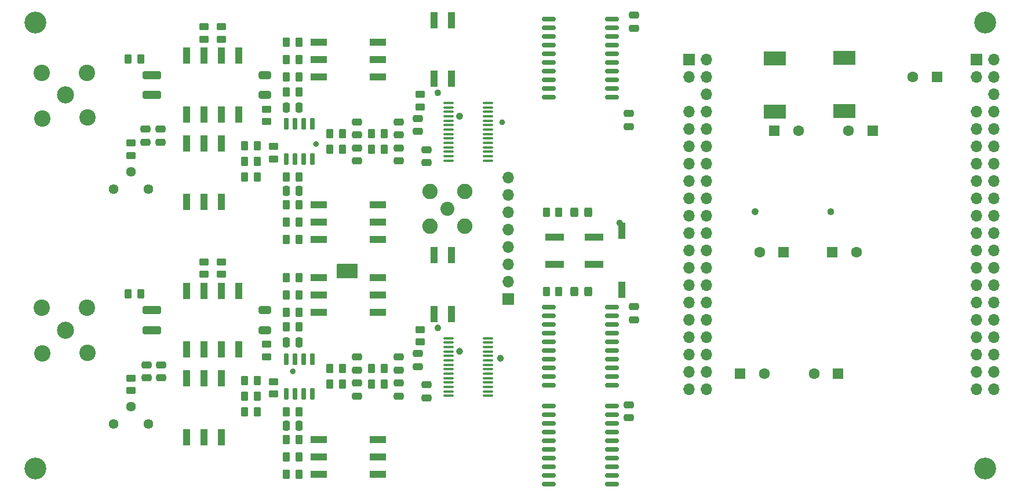
<source format=gbr>
%TF.GenerationSoftware,KiCad,Pcbnew,8.0.2*%
%TF.CreationDate,2025-02-05T07:33:41+00:00*%
%TF.ProjectId,misrc,6d697372-632e-46b6-9963-61645f706362,0.3*%
%TF.SameCoordinates,Original*%
%TF.FileFunction,Soldermask,Top*%
%TF.FilePolarity,Negative*%
%FSLAX46Y46*%
G04 Gerber Fmt 4.6, Leading zero omitted, Abs format (unit mm)*
G04 Created by KiCad (PCBNEW 8.0.2) date 2025-02-05 07:33:41*
%MOMM*%
%LPD*%
G01*
G04 APERTURE LIST*
G04 Aperture macros list*
%AMRoundRect*
0 Rectangle with rounded corners*
0 $1 Rounding radius*
0 $2 $3 $4 $5 $6 $7 $8 $9 X,Y pos of 4 corners*
0 Add a 4 corners polygon primitive as box body*
4,1,4,$2,$3,$4,$5,$6,$7,$8,$9,$2,$3,0*
0 Add four circle primitives for the rounded corners*
1,1,$1+$1,$2,$3*
1,1,$1+$1,$4,$5*
1,1,$1+$1,$6,$7*
1,1,$1+$1,$8,$9*
0 Add four rect primitives between the rounded corners*
20,1,$1+$1,$2,$3,$4,$5,0*
20,1,$1+$1,$4,$5,$6,$7,0*
20,1,$1+$1,$6,$7,$8,$9,0*
20,1,$1+$1,$8,$9,$2,$3,0*%
G04 Aperture macros list end*
%ADD10C,0.532905*%
%ADD11C,0.434210*%
%ADD12C,0.476609*%
%ADD13R,2.440000X1.120000*%
%ADD14R,1.600000X1.600000*%
%ADD15C,1.600000*%
%ADD16RoundRect,0.250000X-0.475000X0.250000X-0.475000X-0.250000X0.475000X-0.250000X0.475000X0.250000X0*%
%ADD17RoundRect,0.250000X-0.262500X-0.450000X0.262500X-0.450000X0.262500X0.450000X-0.262500X0.450000X0*%
%ADD18R,1.700000X1.700000*%
%ADD19O,1.700000X1.700000*%
%ADD20C,3.200000*%
%ADD21RoundRect,0.250000X-0.325000X-0.450000X0.325000X-0.450000X0.325000X0.450000X-0.325000X0.450000X0*%
%ADD22RoundRect,0.250000X1.100000X-0.325000X1.100000X0.325000X-1.100000X0.325000X-1.100000X-0.325000X0*%
%ADD23RoundRect,0.250000X-0.450000X0.262500X-0.450000X-0.262500X0.450000X-0.262500X0.450000X0.262500X0*%
%ADD24RoundRect,0.250000X0.450000X-0.262500X0.450000X0.262500X-0.450000X0.262500X-0.450000X-0.262500X0*%
%ADD25RoundRect,0.250000X0.262500X0.450000X-0.262500X0.450000X-0.262500X-0.450000X0.262500X-0.450000X0*%
%ADD26RoundRect,0.100000X-0.637500X-0.100000X0.637500X-0.100000X0.637500X0.100000X-0.637500X0.100000X0*%
%ADD27RoundRect,0.250000X-0.250000X-0.475000X0.250000X-0.475000X0.250000X0.475000X-0.250000X0.475000X0*%
%ADD28RoundRect,0.150000X-0.875000X-0.150000X0.875000X-0.150000X0.875000X0.150000X-0.875000X0.150000X0*%
%ADD29C,2.050000*%
%ADD30C,2.250000*%
%ADD31C,1.440000*%
%ADD32R,3.200000X2.000000*%
%ADD33R,1.120000X2.440000*%
%ADD34C,2.500000*%
%ADD35C,2.400000*%
%ADD36RoundRect,0.250000X0.475000X-0.250000X0.475000X0.250000X-0.475000X0.250000X-0.475000X-0.250000X0*%
%ADD37R,2.750000X1.000000*%
%ADD38RoundRect,0.250000X-0.650000X0.325000X-0.650000X-0.325000X0.650000X-0.325000X0.650000X0.325000X0*%
%ADD39RoundRect,0.150000X0.150000X-0.725000X0.150000X0.725000X-0.150000X0.725000X-0.150000X-0.725000X0*%
G04 APERTURE END LIST*
D10*
X132473452Y-116078000D02*
G75*
G02*
X131940548Y-116078000I-266452J0D01*
G01*
X131940548Y-116078000D02*
G75*
G02*
X132473452Y-116078000I266452J0D01*
G01*
X126504452Y-115062000D02*
G75*
G02*
X125971548Y-115062000I-266452J0D01*
G01*
X125971548Y-115062000D02*
G75*
G02*
X126504452Y-115062000I266452J0D01*
G01*
X126504452Y-80645000D02*
G75*
G02*
X125971548Y-80645000I-266452J0D01*
G01*
X125971548Y-80645000D02*
G75*
G02*
X126504452Y-80645000I266452J0D01*
G01*
D11*
X105478315Y-84709000D02*
G75*
G02*
X105044105Y-84709000I-217105J0D01*
G01*
X105044105Y-84709000D02*
G75*
G02*
X105478315Y-84709000I217105J0D01*
G01*
D10*
X169684452Y-94615000D02*
G75*
G02*
X169151548Y-94615000I-266452J0D01*
G01*
X169151548Y-94615000D02*
G75*
G02*
X169684452Y-94615000I266452J0D01*
G01*
D12*
X149864913Y-96266000D02*
G75*
G02*
X149388305Y-96266000I-238304J0D01*
G01*
X149388305Y-96266000D02*
G75*
G02*
X149864913Y-96266000I238304J0D01*
G01*
X123301304Y-77216000D02*
G75*
G02*
X122824696Y-77216000I-238304J0D01*
G01*
X122824696Y-77216000D02*
G75*
G02*
X123301304Y-77216000I238304J0D01*
G01*
X123301304Y-111633000D02*
G75*
G02*
X122824696Y-111633000I-238304J0D01*
G01*
X122824696Y-111633000D02*
G75*
G02*
X123301304Y-111633000I238304J0D01*
G01*
D11*
X132678105Y-81534000D02*
G75*
G02*
X132243895Y-81534000I-217105J0D01*
G01*
X132243895Y-81534000D02*
G75*
G02*
X132678105Y-81534000I217105J0D01*
G01*
D10*
X180733452Y-94615000D02*
G75*
G02*
X180200548Y-94615000I-266452J0D01*
G01*
X180200548Y-94615000D02*
G75*
G02*
X180733452Y-94615000I266452J0D01*
G01*
D11*
X102092895Y-117983000D02*
G75*
G02*
X101658685Y-117983000I-217105J0D01*
G01*
X101658685Y-117983000D02*
G75*
G02*
X102092895Y-117983000I217105J0D01*
G01*
D13*
%TO.C,SW204*%
X105664000Y-93599000D03*
X105664000Y-96139000D03*
X105664000Y-98679000D03*
X114274000Y-98679000D03*
X114274000Y-96139000D03*
X114274000Y-93599000D03*
%TD*%
D14*
%TO.C,C19*%
X181554000Y-118364000D03*
D15*
X178054000Y-118364000D03*
%TD*%
D16*
%TO.C,C119*%
X117348000Y-119700000D03*
X117348000Y-121600000D03*
%TD*%
D17*
%TO.C,R120*%
X107291500Y-119888000D03*
X109116500Y-119888000D03*
%TD*%
D16*
%TO.C,C108*%
X111252000Y-115890000D03*
X111252000Y-117790000D03*
%TD*%
D17*
%TO.C,R211*%
X100928500Y-69850000D03*
X102753500Y-69850000D03*
%TD*%
D18*
%TO.C,J2*%
X133350000Y-107442000D03*
D19*
X133350000Y-104902000D03*
X133350000Y-102362000D03*
X133350000Y-99822000D03*
X133350000Y-97282000D03*
X133350000Y-94742000D03*
X133350000Y-92202000D03*
X133350000Y-89662000D03*
%TD*%
D17*
%TO.C,R213*%
X100928500Y-74930000D03*
X102753500Y-74930000D03*
%TD*%
D20*
%TO.C,H3*%
X203073000Y-132207000D03*
%TD*%
D17*
%TO.C,R101*%
X77827500Y-106680000D03*
X79652500Y-106680000D03*
%TD*%
D13*
%TO.C,SW103*%
X105677000Y-104267000D03*
X105677000Y-106807000D03*
X105677000Y-109347000D03*
X114287000Y-109347000D03*
X114287000Y-106807000D03*
X114287000Y-104267000D03*
%TD*%
D21*
%TO.C,D2*%
X142984000Y-94742000D03*
X145034000Y-94742000D03*
%TD*%
D17*
%TO.C,R116*%
X100941500Y-128016000D03*
X102766500Y-128016000D03*
%TD*%
D18*
%TO.C,J3*%
X201803000Y-72390000D03*
D19*
X204343000Y-72390000D03*
X201803000Y-74930000D03*
X204343000Y-74930000D03*
X204343000Y-77470000D03*
X201803000Y-80010000D03*
X204343000Y-80010000D03*
X201803000Y-82550000D03*
X204343000Y-82550000D03*
X201803000Y-85090000D03*
X204343000Y-85090000D03*
X201803000Y-87630000D03*
X204343000Y-87630000D03*
X201803000Y-90170000D03*
X204343000Y-90170000D03*
X201803000Y-92710000D03*
X204343000Y-92710000D03*
X201803000Y-95250000D03*
X204343000Y-95250000D03*
X201803000Y-97790000D03*
X204343000Y-97790000D03*
X201803000Y-100330000D03*
X204343000Y-100330000D03*
X201803000Y-102870000D03*
X204343000Y-102870000D03*
X201803000Y-105410000D03*
X204343000Y-105410000D03*
X201803000Y-107950000D03*
X204343000Y-107950000D03*
X201803000Y-110490000D03*
X204343000Y-110490000D03*
X201803000Y-113030000D03*
X204343000Y-113030000D03*
X201803000Y-115570000D03*
X204343000Y-115570000D03*
X201803000Y-118110000D03*
X204343000Y-118110000D03*
X201803000Y-120650000D03*
X204343000Y-120650000D03*
%TD*%
D22*
%TO.C,C101*%
X81280000Y-111965000D03*
X81280000Y-109015000D03*
%TD*%
D23*
%TO.C,R209*%
X98031000Y-79605500D03*
X98031000Y-81430500D03*
%TD*%
D24*
%TO.C,R203*%
X91427000Y-69365500D03*
X91427000Y-67540500D03*
%TD*%
D25*
%TO.C,R208*%
X96657500Y-84963000D03*
X94832500Y-84963000D03*
%TD*%
%TO.C,R206*%
X96657500Y-87249000D03*
X94832500Y-87249000D03*
%TD*%
D23*
%TO.C,R110*%
X99060000Y-119483500D03*
X99060000Y-121308500D03*
%TD*%
D26*
%TO.C,U102*%
X124645500Y-113123000D03*
X124645500Y-113773000D03*
X124645500Y-114423000D03*
X124645500Y-115073000D03*
X124645500Y-115723000D03*
X124645500Y-116373000D03*
X124645500Y-117023000D03*
X124645500Y-117673000D03*
X124645500Y-118323000D03*
X124645500Y-118973000D03*
X124645500Y-119623000D03*
X124645500Y-120273000D03*
X124645500Y-120923000D03*
X124645500Y-121573000D03*
X130370500Y-121573000D03*
X130370500Y-120923000D03*
X130370500Y-120273000D03*
X130370500Y-119623000D03*
X130370500Y-118973000D03*
X130370500Y-118323000D03*
X130370500Y-117673000D03*
X130370500Y-117023000D03*
X130370500Y-116373000D03*
X130370500Y-115723000D03*
X130370500Y-115073000D03*
X130370500Y-114423000D03*
X130370500Y-113773000D03*
X130370500Y-113123000D03*
%TD*%
D23*
%TO.C,R210*%
X99047000Y-85066500D03*
X99047000Y-86891500D03*
%TD*%
D27*
%TO.C,C106*%
X100904000Y-113792000D03*
X102804000Y-113792000D03*
%TD*%
D28*
%TO.C,U5*%
X139241000Y-66421000D03*
X139241000Y-67691000D03*
X139241000Y-68961000D03*
X139241000Y-70231000D03*
X139241000Y-71501000D03*
X139241000Y-72771000D03*
X139241000Y-74041000D03*
X139241000Y-75311000D03*
X139241000Y-76581000D03*
X139241000Y-77851000D03*
X148541000Y-77851000D03*
X148541000Y-76581000D03*
X148541000Y-75311000D03*
X148541000Y-74041000D03*
X148541000Y-72771000D03*
X148541000Y-71501000D03*
X148541000Y-70231000D03*
X148541000Y-68961000D03*
X148541000Y-67691000D03*
X148541000Y-66421000D03*
%TD*%
D16*
%TO.C,C225*%
X120129000Y-80965000D03*
X120129000Y-82865000D03*
%TD*%
D27*
%TO.C,C206*%
X100891000Y-79375000D03*
X102791000Y-79375000D03*
%TD*%
D17*
%TO.C,R215*%
X100928500Y-89535000D03*
X102753500Y-89535000D03*
%TD*%
D29*
%TO.C,J1*%
X124460000Y-94234000D03*
D30*
X121920000Y-91694000D03*
X121920000Y-96774000D03*
X127000000Y-91694000D03*
X127000000Y-96774000D03*
%TD*%
D13*
%TO.C,SW203*%
X105677000Y-69850000D03*
X105677000Y-72390000D03*
X105677000Y-74930000D03*
X114287000Y-74930000D03*
X114287000Y-72390000D03*
X114287000Y-69850000D03*
%TD*%
D31*
%TO.C,RV201*%
X75692000Y-91313000D03*
X78232000Y-88773000D03*
X80772000Y-91313000D03*
%TD*%
D14*
%TO.C,C17*%
X180721000Y-100584000D03*
D15*
X184221000Y-100584000D03*
%TD*%
D17*
%TO.C,R122*%
X113387500Y-119888000D03*
X115212500Y-119888000D03*
%TD*%
D32*
%TO.C,L1*%
X172339000Y-72173000D03*
X172339000Y-79973000D03*
%TD*%
D14*
%TO.C,C11*%
X186564651Y-82804000D03*
D15*
X183064651Y-82804000D03*
%TD*%
D25*
%TO.C,R108*%
X96670500Y-119380000D03*
X94845500Y-119380000D03*
%TD*%
%TO.C,R2*%
X140739500Y-106299000D03*
X138914500Y-106299000D03*
%TD*%
%TO.C,R106*%
X96670500Y-121666000D03*
X94845500Y-121666000D03*
%TD*%
D16*
%TO.C,C208*%
X111239000Y-81473000D03*
X111239000Y-83373000D03*
%TD*%
D28*
%TO.C,U2*%
X139241000Y-123063000D03*
X139241000Y-124333000D03*
X139241000Y-125603000D03*
X139241000Y-126873000D03*
X139241000Y-128143000D03*
X139241000Y-129413000D03*
X139241000Y-130683000D03*
X139241000Y-131953000D03*
X139241000Y-133223000D03*
X139241000Y-134493000D03*
X148541000Y-134493000D03*
X148541000Y-133223000D03*
X148541000Y-131953000D03*
X148541000Y-130683000D03*
X148541000Y-129413000D03*
X148541000Y-128143000D03*
X148541000Y-126873000D03*
X148541000Y-125603000D03*
X148541000Y-124333000D03*
X148541000Y-123063000D03*
%TD*%
D17*
%TO.C,R216*%
X100928500Y-93599000D03*
X102753500Y-93599000D03*
%TD*%
D33*
%TO.C,SW201*%
X86347000Y-80378000D03*
X88887000Y-80378000D03*
X91427000Y-80378000D03*
X93967000Y-80378000D03*
X93967000Y-71768000D03*
X91427000Y-71768000D03*
X88887000Y-71768000D03*
X86347000Y-71768000D03*
%TD*%
D24*
%TO.C,R223*%
X120510000Y-79271500D03*
X120510000Y-77446500D03*
%TD*%
D20*
%TO.C,H2*%
X64262000Y-132207000D03*
%TD*%
D21*
%TO.C,D1*%
X142984000Y-106299000D03*
X145034000Y-106299000D03*
%TD*%
D32*
%TO.C,L2*%
X182499000Y-72083000D03*
X182499000Y-79883000D03*
%TD*%
D24*
%TO.C,R102*%
X88900000Y-103782500D03*
X88900000Y-101957500D03*
%TD*%
D34*
%TO.C,J201*%
X68640000Y-77550000D03*
D35*
X65200000Y-74270000D03*
X71800000Y-74260000D03*
X65240000Y-80950000D03*
X71850000Y-80840000D03*
%TD*%
D22*
%TO.C,C201*%
X81267000Y-77548000D03*
X81267000Y-74598000D03*
%TD*%
D17*
%TO.C,R115*%
X100941500Y-123952000D03*
X102766500Y-123952000D03*
%TD*%
%TO.C,R111*%
X100941500Y-104267000D03*
X102766500Y-104267000D03*
%TD*%
D33*
%TO.C,SW105*%
X125095000Y-100978000D03*
X122555000Y-100978000D03*
X122555000Y-109588000D03*
X125095000Y-109588000D03*
%TD*%
D36*
%TO.C,C224*%
X121399000Y-87437000D03*
X121399000Y-85537000D03*
%TD*%
D17*
%TO.C,R220*%
X107278500Y-85471000D03*
X109103500Y-85471000D03*
%TD*%
D16*
%TO.C,C109*%
X111252000Y-119700000D03*
X111252000Y-121600000D03*
%TD*%
%TO.C,C125*%
X120142000Y-115382000D03*
X120142000Y-117282000D03*
%TD*%
%TO.C,C209*%
X111239000Y-85283000D03*
X111239000Y-87183000D03*
%TD*%
D17*
%TO.C,R212*%
X100928500Y-72390000D03*
X102753500Y-72390000D03*
%TD*%
%TO.C,R113*%
X100941500Y-109347000D03*
X102766500Y-109347000D03*
%TD*%
D25*
%TO.C,R207*%
X96657500Y-89535000D03*
X94832500Y-89535000D03*
%TD*%
D17*
%TO.C,R222*%
X113374500Y-85471000D03*
X115199500Y-85471000D03*
%TD*%
D14*
%TO.C,C10*%
X172240000Y-82801000D03*
D15*
X175740000Y-82801000D03*
%TD*%
D28*
%TO.C,U3*%
X139241000Y-108585000D03*
X139241000Y-109855000D03*
X139241000Y-111125000D03*
X139241000Y-112395000D03*
X139241000Y-113665000D03*
X139241000Y-114935000D03*
X139241000Y-116205000D03*
X139241000Y-117475000D03*
X139241000Y-118745000D03*
X139241000Y-120015000D03*
X148541000Y-120015000D03*
X148541000Y-118745000D03*
X148541000Y-117475000D03*
X148541000Y-116205000D03*
X148541000Y-114935000D03*
X148541000Y-113665000D03*
X148541000Y-112395000D03*
X148541000Y-111125000D03*
X148541000Y-109855000D03*
X148541000Y-108585000D03*
%TD*%
D36*
%TO.C,C128*%
X82677000Y-118933000D03*
X82677000Y-117033000D03*
%TD*%
D27*
%TO.C,C107*%
X100904000Y-125984000D03*
X102804000Y-125984000D03*
%TD*%
D25*
%TO.C,R107*%
X96670500Y-123952000D03*
X94845500Y-123952000D03*
%TD*%
D17*
%TO.C,R218*%
X100928500Y-98679000D03*
X102753500Y-98679000D03*
%TD*%
%TO.C,R119*%
X107291500Y-117602000D03*
X109116500Y-117602000D03*
%TD*%
D14*
%TO.C,C6*%
X195962651Y-74930000D03*
D15*
X192462651Y-74930000D03*
%TD*%
D14*
%TO.C,C18*%
X167259000Y-118364000D03*
D15*
X170759000Y-118364000D03*
%TD*%
D17*
%TO.C,R219*%
X107278500Y-83185000D03*
X109103500Y-83185000D03*
%TD*%
D33*
%TO.C,SW2*%
X149987000Y-106019000D03*
X149987000Y-97409000D03*
%TD*%
D37*
%TO.C,SW1*%
X145882000Y-102330000D03*
X140122000Y-102330000D03*
X145882000Y-98330000D03*
X140122000Y-98330000D03*
%TD*%
D20*
%TO.C,H1*%
X64262000Y-66929000D03*
%TD*%
D16*
%TO.C,C2*%
X151003000Y-80269000D03*
X151003000Y-82169000D03*
%TD*%
D38*
%TO.C,C105*%
X97790000Y-109015000D03*
X97790000Y-111965000D03*
%TD*%
D36*
%TO.C,C228*%
X82550000Y-84450000D03*
X82550000Y-82550000D03*
%TD*%
D17*
%TO.C,R201*%
X77814500Y-72263000D03*
X79639500Y-72263000D03*
%TD*%
D34*
%TO.C,J201*%
X68645000Y-111960000D03*
D35*
X65205000Y-108680000D03*
X71805000Y-108670000D03*
X65245000Y-115360000D03*
X71855000Y-115250000D03*
%TD*%
D17*
%TO.C,R217*%
X100928500Y-96139000D03*
X102753500Y-96139000D03*
%TD*%
D16*
%TO.C,C118*%
X117348000Y-115890000D03*
X117348000Y-117790000D03*
%TD*%
%TO.C,C4*%
X151003000Y-122875000D03*
X151003000Y-124775000D03*
%TD*%
D17*
%TO.C,R118*%
X100941500Y-133096000D03*
X102766500Y-133096000D03*
%TD*%
%TO.C,R221*%
X113374500Y-83185000D03*
X115199500Y-83185000D03*
%TD*%
D14*
%TO.C,C16*%
X173609000Y-100584000D03*
D15*
X170109000Y-100584000D03*
%TD*%
D23*
%TO.C,R228*%
X78232000Y-84558500D03*
X78232000Y-86383500D03*
%TD*%
D33*
%TO.C,SW101*%
X86360000Y-114795000D03*
X88900000Y-114795000D03*
X91440000Y-114795000D03*
X93980000Y-114795000D03*
X93980000Y-106185000D03*
X91440000Y-106185000D03*
X88900000Y-106185000D03*
X86360000Y-106185000D03*
%TD*%
D23*
%TO.C,R109*%
X98044000Y-114022500D03*
X98044000Y-115847500D03*
%TD*%
D36*
%TO.C,C227*%
X80391000Y-84450000D03*
X80391000Y-82550000D03*
%TD*%
D33*
%TO.C,SW202*%
X91427000Y-84608000D03*
X88887000Y-84608000D03*
X86347000Y-84608000D03*
X86347000Y-93218000D03*
X88887000Y-93218000D03*
X91427000Y-93218000D03*
%TD*%
D17*
%TO.C,R112*%
X100941500Y-106807000D03*
X102766500Y-106807000D03*
%TD*%
D24*
%TO.C,R103*%
X91440000Y-103782500D03*
X91440000Y-101957500D03*
%TD*%
D39*
%TO.C,U201*%
X100965000Y-86903000D03*
X102235000Y-86903000D03*
X103505000Y-86903000D03*
X104775000Y-86903000D03*
X104775000Y-81753000D03*
X103505000Y-81753000D03*
X102235000Y-81753000D03*
X100965000Y-81753000D03*
%TD*%
D16*
%TO.C,C219*%
X117335000Y-85283000D03*
X117335000Y-87183000D03*
%TD*%
D20*
%TO.C,H4*%
X203073000Y-66929000D03*
%TD*%
D26*
%TO.C,U202*%
X124632500Y-78706000D03*
X124632500Y-79356000D03*
X124632500Y-80006000D03*
X124632500Y-80656000D03*
X124632500Y-81306000D03*
X124632500Y-81956000D03*
X124632500Y-82606000D03*
X124632500Y-83256000D03*
X124632500Y-83906000D03*
X124632500Y-84556000D03*
X124632500Y-85206000D03*
X124632500Y-85856000D03*
X124632500Y-86506000D03*
X124632500Y-87156000D03*
X130357500Y-87156000D03*
X130357500Y-86506000D03*
X130357500Y-85856000D03*
X130357500Y-85206000D03*
X130357500Y-84556000D03*
X130357500Y-83906000D03*
X130357500Y-83256000D03*
X130357500Y-82606000D03*
X130357500Y-81956000D03*
X130357500Y-81306000D03*
X130357500Y-80656000D03*
X130357500Y-80006000D03*
X130357500Y-79356000D03*
X130357500Y-78706000D03*
%TD*%
D24*
%TO.C,R202*%
X88887000Y-69365500D03*
X88887000Y-67540500D03*
%TD*%
D17*
%TO.C,R121*%
X113387500Y-117602000D03*
X115212500Y-117602000D03*
%TD*%
%TO.C,R214*%
X100928500Y-77089000D03*
X102753500Y-77089000D03*
%TD*%
D33*
%TO.C,SW205*%
X125082000Y-66561000D03*
X122542000Y-66561000D03*
X122542000Y-75171000D03*
X125082000Y-75171000D03*
%TD*%
D16*
%TO.C,C3*%
X151765000Y-108524000D03*
X151765000Y-110424000D03*
%TD*%
D39*
%TO.C,U101*%
X100965000Y-121320000D03*
X102235000Y-121320000D03*
X103505000Y-121320000D03*
X104775000Y-121320000D03*
X104775000Y-116170000D03*
X103505000Y-116170000D03*
X102235000Y-116170000D03*
X100965000Y-116170000D03*
%TD*%
D31*
%TO.C,RV101*%
X75707000Y-125685000D03*
X78247000Y-123145000D03*
X80787000Y-125685000D03*
%TD*%
D33*
%TO.C,SW102*%
X91440000Y-119025000D03*
X88900000Y-119025000D03*
X86360000Y-119025000D03*
X86360000Y-127635000D03*
X88900000Y-127635000D03*
X91440000Y-127635000D03*
%TD*%
D25*
%TO.C,R3*%
X140739500Y-94742000D03*
X138914500Y-94742000D03*
%TD*%
D23*
%TO.C,R127*%
X78232000Y-118999000D03*
X78232000Y-120824000D03*
%TD*%
D17*
%TO.C,R117*%
X100941500Y-130556000D03*
X102766500Y-130556000D03*
%TD*%
D24*
%TO.C,R123*%
X120523000Y-113688500D03*
X120523000Y-111863500D03*
%TD*%
D36*
%TO.C,C124*%
X121412000Y-121854000D03*
X121412000Y-119954000D03*
%TD*%
D18*
%TO.C,J4*%
X159800000Y-72390000D03*
D19*
X162340000Y-72390000D03*
X159800000Y-74930000D03*
X162340000Y-74930000D03*
X162340000Y-77470000D03*
X159800000Y-80010000D03*
X162340000Y-80010000D03*
X159800000Y-82550000D03*
X162340000Y-82550000D03*
X159800000Y-85090000D03*
X162340000Y-85090000D03*
X159800000Y-87630000D03*
X162340000Y-87630000D03*
X159800000Y-90170000D03*
X162340000Y-90170000D03*
X159800000Y-92710000D03*
X162340000Y-92710000D03*
X159800000Y-95250000D03*
X162340000Y-95250000D03*
X159800000Y-97790000D03*
X162340000Y-97790000D03*
X159800000Y-100330000D03*
X162340000Y-100330000D03*
X159800000Y-102870000D03*
X162340000Y-102870000D03*
X159800000Y-105410000D03*
X162340000Y-105410000D03*
X159800000Y-107950000D03*
X162340000Y-107950000D03*
X159800000Y-110490000D03*
X162340000Y-110490000D03*
X159800000Y-113030000D03*
X162340000Y-113030000D03*
X159800000Y-115570000D03*
X162340000Y-115570000D03*
X159800000Y-118110000D03*
X162340000Y-118110000D03*
X159800000Y-120650000D03*
X162340000Y-120650000D03*
%TD*%
D36*
%TO.C,C127*%
X80518000Y-118933000D03*
X80518000Y-117033000D03*
%TD*%
D13*
%TO.C,SW104*%
X105677000Y-128016000D03*
X105677000Y-130556000D03*
X105677000Y-133096000D03*
X114287000Y-133096000D03*
X114287000Y-130556000D03*
X114287000Y-128016000D03*
%TD*%
D16*
%TO.C,C1*%
X151765000Y-65852000D03*
X151765000Y-67752000D03*
%TD*%
D27*
%TO.C,C207*%
X100891000Y-91567000D03*
X102791000Y-91567000D03*
%TD*%
D38*
%TO.C,C205*%
X97777000Y-74598000D03*
X97777000Y-77548000D03*
%TD*%
D16*
%TO.C,C218*%
X117335000Y-81473000D03*
X117335000Y-83373000D03*
%TD*%
D17*
%TO.C,R114*%
X100941500Y-111506000D03*
X102766500Y-111506000D03*
%TD*%
G36*
X111322039Y-102254685D02*
G01*
X111367794Y-102307489D01*
X111379000Y-102359000D01*
X111379000Y-104270000D01*
X111359315Y-104337039D01*
X111306511Y-104382794D01*
X111255000Y-104394000D01*
X108455000Y-104394000D01*
X108387961Y-104374315D01*
X108342206Y-104321511D01*
X108331000Y-104270000D01*
X108331000Y-102359000D01*
X108350685Y-102291961D01*
X108403489Y-102246206D01*
X108455000Y-102235000D01*
X111255000Y-102235000D01*
X111322039Y-102254685D01*
G37*
M02*

</source>
